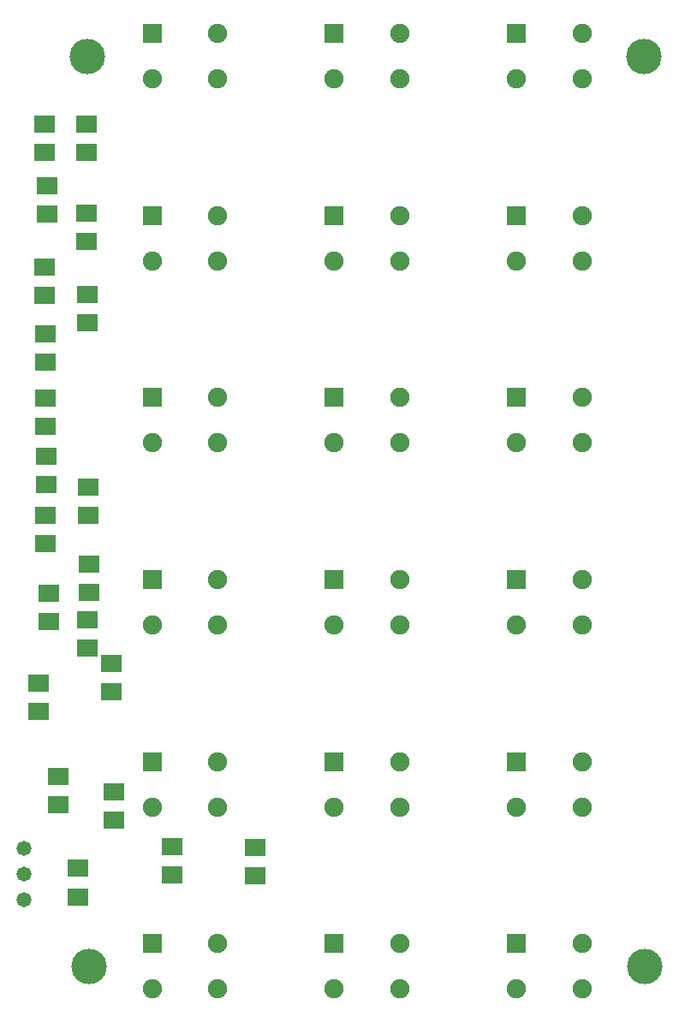
<source format=gbr>
G04 DipTrace 3.3.1.1*
G04 TopMask.gbr*
%MOIN*%
G04 #@! TF.FileFunction,Soldermask,Top*
G04 #@! TF.Part,Single*
%ADD22C,0.137795*%
%ADD28C,0.074929*%
%ADD30R,0.074929X0.074929*%
%ADD32C,0.058*%
%ADD34R,0.078866X0.070992*%
%FSLAX26Y26*%
G04*
G70*
G90*
G75*
G01*
G04 TopMask*
%LPD*%
D34*
X630220Y1309354D3*
Y1199118D3*
D22*
X748331Y571814D3*
X743487Y4114526D3*
X2913685Y570950D3*
X2907113Y4114068D3*
D32*
X494000Y1031008D3*
Y831008D3*
Y931008D3*
D34*
X574175Y3851552D3*
Y3741316D3*
X737060D3*
Y3851552D3*
X584126Y3499151D3*
Y3609387D3*
X738488Y3504236D3*
Y3394000D3*
X575630Y3294272D3*
Y3184035D3*
X741550Y3187487D3*
Y3077251D3*
X577441Y3033929D3*
Y2923693D3*
X577287Y2673274D3*
Y2783510D3*
X581635Y2445378D3*
Y2555614D3*
X746420Y2325949D3*
Y2436185D3*
X577915Y2326680D3*
Y2216444D3*
X747689Y2136186D3*
Y2025950D3*
X592874Y2023744D3*
Y1913508D3*
X742369Y1920870D3*
Y1810634D3*
X835106Y1749245D3*
Y1639009D3*
X846756Y1250299D3*
Y1140063D3*
X551904Y1673482D3*
Y1563245D3*
D30*
X994394Y4203055D3*
D28*
Y4025890D3*
X1250299D3*
Y4203055D3*
D30*
X1703055D3*
D28*
Y4025890D3*
X1958961D3*
Y4203055D3*
D30*
X2411717D3*
D28*
Y4025890D3*
X2667622D3*
Y4203055D3*
D30*
X994394Y3494394D3*
D28*
Y3317228D3*
X1250299D3*
Y3494394D3*
D30*
X1703055D3*
D28*
Y3317228D3*
X1958961D3*
Y3494394D3*
D30*
X2411717D3*
D28*
Y3317228D3*
X2667622D3*
Y3494394D3*
D30*
X994394Y2785732D3*
D28*
Y2608567D3*
X1250299D3*
Y2785732D3*
D30*
X1703055D3*
D28*
Y2608567D3*
X1958961D3*
Y2785732D3*
D30*
X2411717D3*
D28*
Y2608567D3*
X2667622D3*
Y2785732D3*
D30*
X994394Y2077071D3*
D28*
Y1899906D3*
X1250299D3*
Y2077071D3*
D30*
X1703055D3*
D28*
Y1899906D3*
X1958961D3*
Y2077071D3*
D30*
X2411717D3*
D28*
Y1899906D3*
X2667622D3*
Y2077071D3*
D30*
X1703055Y1368409D3*
D28*
Y1191244D3*
X1958961D3*
Y1368409D3*
D30*
X2411717D3*
D28*
Y1191244D3*
X2667622D3*
Y1368409D3*
D30*
X994394Y659748D3*
D28*
Y482583D3*
X1250299D3*
Y659748D3*
D30*
X1703055D3*
D28*
Y482583D3*
X1958961D3*
Y659748D3*
D30*
X2411717D3*
D28*
Y482583D3*
X2667622D3*
Y659748D3*
D30*
X994394Y1368409D3*
D28*
Y1191244D3*
X1250299D3*
Y1368409D3*
D34*
X703789Y841861D3*
Y952097D3*
X1071014Y1036824D3*
Y926588D3*
X1395012Y1032113D3*
Y921877D3*
M02*

</source>
